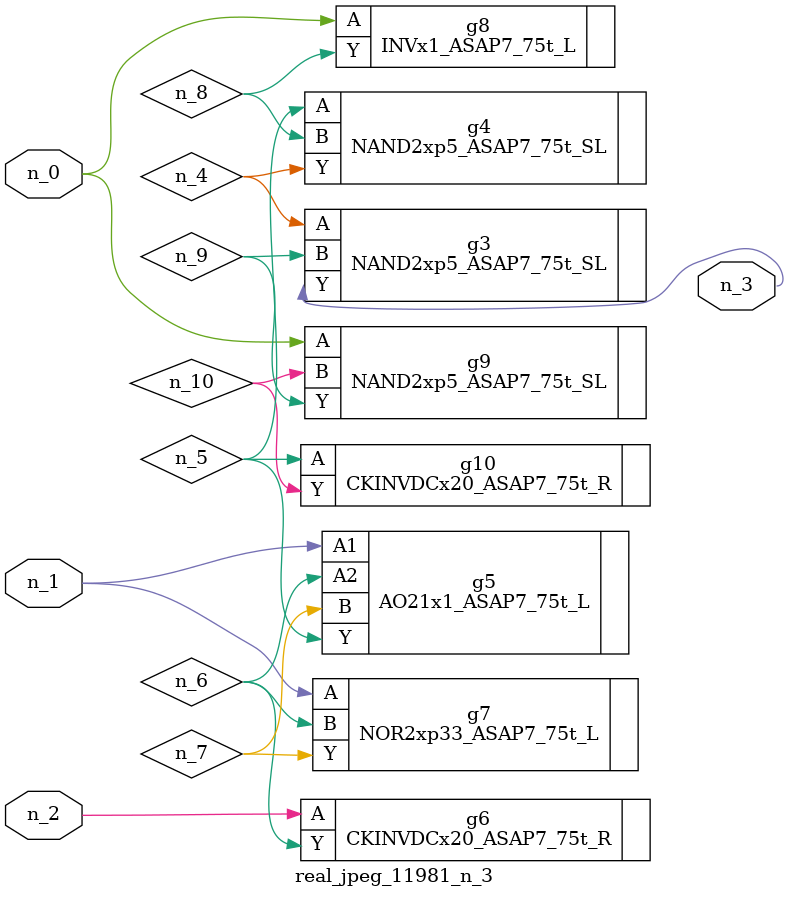
<source format=v>
module real_jpeg_11981_n_3 (n_1, n_0, n_2, n_3);

input n_1;
input n_0;
input n_2;

output n_3;

wire n_5;
wire n_4;
wire n_8;
wire n_6;
wire n_7;
wire n_10;
wire n_9;

INVx1_ASAP7_75t_L g8 ( 
.A(n_0),
.Y(n_8)
);

NAND2xp5_ASAP7_75t_SL g9 ( 
.A(n_0),
.B(n_10),
.Y(n_9)
);

AO21x1_ASAP7_75t_L g5 ( 
.A1(n_1),
.A2(n_6),
.B(n_7),
.Y(n_5)
);

NOR2xp33_ASAP7_75t_L g7 ( 
.A(n_1),
.B(n_6),
.Y(n_7)
);

CKINVDCx20_ASAP7_75t_R g6 ( 
.A(n_2),
.Y(n_6)
);

NAND2xp5_ASAP7_75t_SL g3 ( 
.A(n_4),
.B(n_9),
.Y(n_3)
);

NAND2xp5_ASAP7_75t_SL g4 ( 
.A(n_5),
.B(n_8),
.Y(n_4)
);

CKINVDCx20_ASAP7_75t_R g10 ( 
.A(n_5),
.Y(n_10)
);


endmodule
</source>
